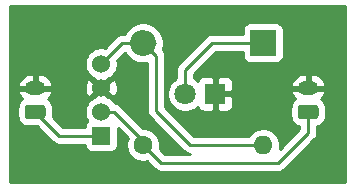
<source format=gbr>
G04 #@! TF.GenerationSoftware,KiCad,Pcbnew,(5.1.5)-3*
G04 #@! TF.CreationDate,2020-06-19T18:53:09+01:00*
G04 #@! TF.ProjectId,gardenlight,67617264-656e-46c6-9967-68742e6b6963,1.0.1*
G04 #@! TF.SameCoordinates,Original*
G04 #@! TF.FileFunction,Copper,L1,Top*
G04 #@! TF.FilePolarity,Positive*
%FSLAX46Y46*%
G04 Gerber Fmt 4.6, Leading zero omitted, Abs format (unit mm)*
G04 Created by KiCad (PCBNEW (5.1.5)-3) date 2020-06-19 18:53:09*
%MOMM*%
%LPD*%
G04 APERTURE LIST*
%ADD10O,1.750000X1.200000*%
%ADD11C,0.150000*%
%ADD12O,2.200000X2.200000*%
%ADD13R,2.200000X2.200000*%
%ADD14O,1.600000X1.600000*%
%ADD15C,1.600000*%
%ADD16C,1.524000*%
%ADD17R,1.524000X1.524000*%
%ADD18C,1.800000*%
%ADD19R,1.800000X1.800000*%
%ADD20C,0.254000*%
G04 APERTURE END LIST*
D10*
X100330000Y-87662000D03*
G04 #@! TA.AperFunction,ComponentPad*
D11*
G36*
X100979505Y-89063204D02*
G01*
X101003773Y-89066804D01*
X101027572Y-89072765D01*
X101050671Y-89081030D01*
X101072850Y-89091520D01*
X101093893Y-89104132D01*
X101113599Y-89118747D01*
X101131777Y-89135223D01*
X101148253Y-89153401D01*
X101162868Y-89173107D01*
X101175480Y-89194150D01*
X101185970Y-89216329D01*
X101194235Y-89239428D01*
X101200196Y-89263227D01*
X101203796Y-89287495D01*
X101205000Y-89311999D01*
X101205000Y-90012001D01*
X101203796Y-90036505D01*
X101200196Y-90060773D01*
X101194235Y-90084572D01*
X101185970Y-90107671D01*
X101175480Y-90129850D01*
X101162868Y-90150893D01*
X101148253Y-90170599D01*
X101131777Y-90188777D01*
X101113599Y-90205253D01*
X101093893Y-90219868D01*
X101072850Y-90232480D01*
X101050671Y-90242970D01*
X101027572Y-90251235D01*
X101003773Y-90257196D01*
X100979505Y-90260796D01*
X100955001Y-90262000D01*
X99704999Y-90262000D01*
X99680495Y-90260796D01*
X99656227Y-90257196D01*
X99632428Y-90251235D01*
X99609329Y-90242970D01*
X99587150Y-90232480D01*
X99566107Y-90219868D01*
X99546401Y-90205253D01*
X99528223Y-90188777D01*
X99511747Y-90170599D01*
X99497132Y-90150893D01*
X99484520Y-90129850D01*
X99474030Y-90107671D01*
X99465765Y-90084572D01*
X99459804Y-90060773D01*
X99456204Y-90036505D01*
X99455000Y-90012001D01*
X99455000Y-89311999D01*
X99456204Y-89287495D01*
X99459804Y-89263227D01*
X99465765Y-89239428D01*
X99474030Y-89216329D01*
X99484520Y-89194150D01*
X99497132Y-89173107D01*
X99511747Y-89153401D01*
X99528223Y-89135223D01*
X99546401Y-89118747D01*
X99566107Y-89104132D01*
X99587150Y-89091520D01*
X99609329Y-89081030D01*
X99632428Y-89072765D01*
X99656227Y-89066804D01*
X99680495Y-89063204D01*
X99704999Y-89062000D01*
X100955001Y-89062000D01*
X100979505Y-89063204D01*
G37*
G04 #@! TD.AperFunction*
D12*
X109474000Y-83820000D03*
D13*
X119634000Y-83820000D03*
D10*
X123444000Y-87662000D03*
G04 #@! TA.AperFunction,ComponentPad*
D11*
G36*
X124093505Y-89063204D02*
G01*
X124117773Y-89066804D01*
X124141572Y-89072765D01*
X124164671Y-89081030D01*
X124186850Y-89091520D01*
X124207893Y-89104132D01*
X124227599Y-89118747D01*
X124245777Y-89135223D01*
X124262253Y-89153401D01*
X124276868Y-89173107D01*
X124289480Y-89194150D01*
X124299970Y-89216329D01*
X124308235Y-89239428D01*
X124314196Y-89263227D01*
X124317796Y-89287495D01*
X124319000Y-89311999D01*
X124319000Y-90012001D01*
X124317796Y-90036505D01*
X124314196Y-90060773D01*
X124308235Y-90084572D01*
X124299970Y-90107671D01*
X124289480Y-90129850D01*
X124276868Y-90150893D01*
X124262253Y-90170599D01*
X124245777Y-90188777D01*
X124227599Y-90205253D01*
X124207893Y-90219868D01*
X124186850Y-90232480D01*
X124164671Y-90242970D01*
X124141572Y-90251235D01*
X124117773Y-90257196D01*
X124093505Y-90260796D01*
X124069001Y-90262000D01*
X122818999Y-90262000D01*
X122794495Y-90260796D01*
X122770227Y-90257196D01*
X122746428Y-90251235D01*
X122723329Y-90242970D01*
X122701150Y-90232480D01*
X122680107Y-90219868D01*
X122660401Y-90205253D01*
X122642223Y-90188777D01*
X122625747Y-90170599D01*
X122611132Y-90150893D01*
X122598520Y-90129850D01*
X122588030Y-90107671D01*
X122579765Y-90084572D01*
X122573804Y-90060773D01*
X122570204Y-90036505D01*
X122569000Y-90012001D01*
X122569000Y-89311999D01*
X122570204Y-89287495D01*
X122573804Y-89263227D01*
X122579765Y-89239428D01*
X122588030Y-89216329D01*
X122598520Y-89194150D01*
X122611132Y-89173107D01*
X122625747Y-89153401D01*
X122642223Y-89135223D01*
X122660401Y-89118747D01*
X122680107Y-89104132D01*
X122701150Y-89091520D01*
X122723329Y-89081030D01*
X122746428Y-89072765D01*
X122770227Y-89066804D01*
X122794495Y-89063204D01*
X122818999Y-89062000D01*
X124069001Y-89062000D01*
X124093505Y-89063204D01*
G37*
G04 #@! TD.AperFunction*
D14*
X119634000Y-92456000D03*
D15*
X109474000Y-92456000D03*
D16*
X105918000Y-85598000D03*
X105918000Y-87630000D03*
X105918000Y-89662000D03*
D17*
X105918000Y-91694000D03*
D18*
X113030000Y-88138000D03*
D19*
X115570000Y-88138000D03*
D20*
X109474000Y-92140370D02*
X109474000Y-92456000D01*
X106995630Y-89662000D02*
X109474000Y-92140370D01*
X105918000Y-89662000D02*
X106995630Y-89662000D01*
X123444000Y-91440000D02*
X123444000Y-89662000D01*
X109474000Y-92456000D02*
X110998000Y-93980000D01*
X120904000Y-93980000D02*
X123444000Y-91440000D01*
X110998000Y-93980000D02*
X120904000Y-93980000D01*
X109982000Y-83312000D02*
X110490000Y-83820000D01*
X107696000Y-83820000D02*
X109474000Y-83820000D01*
X105918000Y-85598000D02*
X107696000Y-83820000D01*
X110573999Y-84919999D02*
X110573999Y-89578001D01*
X109474000Y-83820000D02*
X110573999Y-84919999D01*
X113451998Y-92456000D02*
X119634000Y-92456000D01*
X110573999Y-89578001D02*
X113451998Y-92456000D01*
X102362000Y-91694000D02*
X100330000Y-89662000D01*
X105918000Y-91694000D02*
X102362000Y-91694000D01*
X113030000Y-86106000D02*
X113030000Y-88138000D01*
X119634000Y-83820000D02*
X115316000Y-83820000D01*
X115316000Y-83820000D02*
X113030000Y-86106000D01*
G36*
X126594001Y-95606000D02*
G01*
X98196000Y-95606000D01*
X98196000Y-89311999D01*
X98816928Y-89311999D01*
X98816928Y-90012001D01*
X98833992Y-90185255D01*
X98884528Y-90351851D01*
X98966595Y-90505387D01*
X99077038Y-90639962D01*
X99211613Y-90750405D01*
X99365149Y-90832472D01*
X99531745Y-90883008D01*
X99704999Y-90900072D01*
X100490442Y-90900072D01*
X101796721Y-92206352D01*
X101820578Y-92235422D01*
X101849648Y-92259279D01*
X101936607Y-92330645D01*
X102007364Y-92368465D01*
X102068985Y-92401402D01*
X102212622Y-92444974D01*
X102324574Y-92456000D01*
X102324577Y-92456000D01*
X102362000Y-92459686D01*
X102399423Y-92456000D01*
X104517928Y-92456000D01*
X104530188Y-92580482D01*
X104566498Y-92700180D01*
X104625463Y-92810494D01*
X104704815Y-92907185D01*
X104801506Y-92986537D01*
X104911820Y-93045502D01*
X105031518Y-93081812D01*
X105156000Y-93094072D01*
X106680000Y-93094072D01*
X106804482Y-93081812D01*
X106924180Y-93045502D01*
X107034494Y-92986537D01*
X107131185Y-92907185D01*
X107210537Y-92810494D01*
X107269502Y-92700180D01*
X107305812Y-92580482D01*
X107318072Y-92456000D01*
X107318072Y-91062072D01*
X108152514Y-91896515D01*
X108094147Y-92037426D01*
X108039000Y-92314665D01*
X108039000Y-92597335D01*
X108094147Y-92874574D01*
X108202320Y-93135727D01*
X108359363Y-93370759D01*
X108559241Y-93570637D01*
X108794273Y-93727680D01*
X109055426Y-93835853D01*
X109332665Y-93891000D01*
X109615335Y-93891000D01*
X109795527Y-93855157D01*
X110432721Y-94492352D01*
X110456578Y-94521422D01*
X110572608Y-94616645D01*
X110704985Y-94687402D01*
X110848622Y-94730974D01*
X110960574Y-94742000D01*
X110960576Y-94742000D01*
X110997999Y-94745686D01*
X111035422Y-94742000D01*
X120866577Y-94742000D01*
X120904000Y-94745686D01*
X120941423Y-94742000D01*
X120941426Y-94742000D01*
X121053378Y-94730974D01*
X121197015Y-94687402D01*
X121329392Y-94616645D01*
X121445422Y-94521422D01*
X121469284Y-94492346D01*
X123956353Y-92005278D01*
X123985422Y-91981422D01*
X124080645Y-91865392D01*
X124151402Y-91733015D01*
X124194974Y-91589378D01*
X124206000Y-91477426D01*
X124206000Y-91477424D01*
X124209686Y-91440001D01*
X124206000Y-91402578D01*
X124206000Y-90886579D01*
X124242255Y-90883008D01*
X124408851Y-90832472D01*
X124562387Y-90750405D01*
X124696962Y-90639962D01*
X124807405Y-90505387D01*
X124889472Y-90351851D01*
X124940008Y-90185255D01*
X124957072Y-90012001D01*
X124957072Y-89311999D01*
X124940008Y-89138745D01*
X124889472Y-88972149D01*
X124807405Y-88818613D01*
X124696962Y-88684038D01*
X124562387Y-88573595D01*
X124557594Y-88571033D01*
X124682078Y-88445474D01*
X124816421Y-88242533D01*
X124908591Y-88017282D01*
X124912462Y-87979609D01*
X124787731Y-87789000D01*
X123571000Y-87789000D01*
X123571000Y-87809000D01*
X123317000Y-87809000D01*
X123317000Y-87789000D01*
X122100269Y-87789000D01*
X121975538Y-87979609D01*
X121979409Y-88017282D01*
X122071579Y-88242533D01*
X122205922Y-88445474D01*
X122330406Y-88571033D01*
X122325613Y-88573595D01*
X122191038Y-88684038D01*
X122080595Y-88818613D01*
X121998528Y-88972149D01*
X121947992Y-89138745D01*
X121930928Y-89311999D01*
X121930928Y-90012001D01*
X121947992Y-90185255D01*
X121998528Y-90351851D01*
X122080595Y-90505387D01*
X122191038Y-90639962D01*
X122325613Y-90750405D01*
X122479149Y-90832472D01*
X122645745Y-90883008D01*
X122682000Y-90886579D01*
X122682000Y-91124369D01*
X121034228Y-92772141D01*
X121069000Y-92597335D01*
X121069000Y-92314665D01*
X121013853Y-92037426D01*
X120905680Y-91776273D01*
X120748637Y-91541241D01*
X120548759Y-91341363D01*
X120313727Y-91184320D01*
X120052574Y-91076147D01*
X119775335Y-91021000D01*
X119492665Y-91021000D01*
X119215426Y-91076147D01*
X118954273Y-91184320D01*
X118719241Y-91341363D01*
X118519363Y-91541241D01*
X118417293Y-91694000D01*
X113767629Y-91694000D01*
X111335999Y-89262371D01*
X111335999Y-87986816D01*
X111495000Y-87986816D01*
X111495000Y-88289184D01*
X111553989Y-88585743D01*
X111669701Y-88865095D01*
X111837688Y-89116505D01*
X112051495Y-89330312D01*
X112302905Y-89498299D01*
X112582257Y-89614011D01*
X112878816Y-89673000D01*
X113181184Y-89673000D01*
X113477743Y-89614011D01*
X113757095Y-89498299D01*
X114008505Y-89330312D01*
X114074944Y-89263873D01*
X114080498Y-89282180D01*
X114139463Y-89392494D01*
X114218815Y-89489185D01*
X114315506Y-89568537D01*
X114425820Y-89627502D01*
X114545518Y-89663812D01*
X114670000Y-89676072D01*
X115284250Y-89673000D01*
X115443000Y-89514250D01*
X115443000Y-88265000D01*
X115697000Y-88265000D01*
X115697000Y-89514250D01*
X115855750Y-89673000D01*
X116470000Y-89676072D01*
X116594482Y-89663812D01*
X116714180Y-89627502D01*
X116824494Y-89568537D01*
X116921185Y-89489185D01*
X117000537Y-89392494D01*
X117059502Y-89282180D01*
X117095812Y-89162482D01*
X117108072Y-89038000D01*
X117105000Y-88423750D01*
X116946250Y-88265000D01*
X115697000Y-88265000D01*
X115443000Y-88265000D01*
X115423000Y-88265000D01*
X115423000Y-88011000D01*
X115443000Y-88011000D01*
X115443000Y-86761750D01*
X115697000Y-86761750D01*
X115697000Y-88011000D01*
X116946250Y-88011000D01*
X117105000Y-87852250D01*
X117107539Y-87344391D01*
X121975538Y-87344391D01*
X122100269Y-87535000D01*
X123317000Y-87535000D01*
X123317000Y-86427000D01*
X123571000Y-86427000D01*
X123571000Y-87535000D01*
X124787731Y-87535000D01*
X124912462Y-87344391D01*
X124908591Y-87306718D01*
X124816421Y-87081467D01*
X124682078Y-86878526D01*
X124510725Y-86705693D01*
X124308946Y-86569610D01*
X124084496Y-86475507D01*
X123846000Y-86427000D01*
X123571000Y-86427000D01*
X123317000Y-86427000D01*
X123042000Y-86427000D01*
X122803504Y-86475507D01*
X122579054Y-86569610D01*
X122377275Y-86705693D01*
X122205922Y-86878526D01*
X122071579Y-87081467D01*
X121979409Y-87306718D01*
X121975538Y-87344391D01*
X117107539Y-87344391D01*
X117108072Y-87238000D01*
X117095812Y-87113518D01*
X117059502Y-86993820D01*
X117000537Y-86883506D01*
X116921185Y-86786815D01*
X116824494Y-86707463D01*
X116714180Y-86648498D01*
X116594482Y-86612188D01*
X116470000Y-86599928D01*
X115855750Y-86603000D01*
X115697000Y-86761750D01*
X115443000Y-86761750D01*
X115284250Y-86603000D01*
X114670000Y-86599928D01*
X114545518Y-86612188D01*
X114425820Y-86648498D01*
X114315506Y-86707463D01*
X114218815Y-86786815D01*
X114139463Y-86883506D01*
X114080498Y-86993820D01*
X114074944Y-87012127D01*
X114008505Y-86945688D01*
X113792000Y-86801024D01*
X113792000Y-86421630D01*
X115631631Y-84582000D01*
X117895928Y-84582000D01*
X117895928Y-84920000D01*
X117908188Y-85044482D01*
X117944498Y-85164180D01*
X118003463Y-85274494D01*
X118082815Y-85371185D01*
X118179506Y-85450537D01*
X118289820Y-85509502D01*
X118409518Y-85545812D01*
X118534000Y-85558072D01*
X120734000Y-85558072D01*
X120858482Y-85545812D01*
X120978180Y-85509502D01*
X121088494Y-85450537D01*
X121185185Y-85371185D01*
X121264537Y-85274494D01*
X121323502Y-85164180D01*
X121359812Y-85044482D01*
X121372072Y-84920000D01*
X121372072Y-82720000D01*
X121359812Y-82595518D01*
X121323502Y-82475820D01*
X121264537Y-82365506D01*
X121185185Y-82268815D01*
X121088494Y-82189463D01*
X120978180Y-82130498D01*
X120858482Y-82094188D01*
X120734000Y-82081928D01*
X118534000Y-82081928D01*
X118409518Y-82094188D01*
X118289820Y-82130498D01*
X118179506Y-82189463D01*
X118082815Y-82268815D01*
X118003463Y-82365506D01*
X117944498Y-82475820D01*
X117908188Y-82595518D01*
X117895928Y-82720000D01*
X117895928Y-83058000D01*
X115353422Y-83058000D01*
X115315999Y-83054314D01*
X115278576Y-83058000D01*
X115278574Y-83058000D01*
X115166622Y-83069026D01*
X115022985Y-83112598D01*
X114890608Y-83183355D01*
X114774578Y-83278578D01*
X114750721Y-83307648D01*
X112517654Y-85540716D01*
X112488578Y-85564578D01*
X112461150Y-85598000D01*
X112393355Y-85680608D01*
X112363966Y-85735592D01*
X112322598Y-85812986D01*
X112279026Y-85956623D01*
X112272450Y-86023392D01*
X112264314Y-86106000D01*
X112268000Y-86143424D01*
X112268000Y-86801024D01*
X112051495Y-86945688D01*
X111837688Y-87159495D01*
X111669701Y-87410905D01*
X111553989Y-87690257D01*
X111495000Y-87986816D01*
X111335999Y-87986816D01*
X111335999Y-84957422D01*
X111339685Y-84919999D01*
X111335999Y-84882573D01*
X111324973Y-84770621D01*
X111281401Y-84626984D01*
X111248464Y-84565363D01*
X111210644Y-84494606D01*
X111175856Y-84452218D01*
X111118850Y-84382755D01*
X111142325Y-84326081D01*
X111177182Y-84150842D01*
X111197401Y-84113015D01*
X111240973Y-83969378D01*
X111255685Y-83819999D01*
X111240973Y-83670621D01*
X111197401Y-83526983D01*
X111177182Y-83489156D01*
X111142325Y-83313919D01*
X111011537Y-82998169D01*
X110821663Y-82714002D01*
X110579998Y-82472337D01*
X110295831Y-82282463D01*
X109980081Y-82151675D01*
X109644883Y-82085000D01*
X109303117Y-82085000D01*
X108967919Y-82151675D01*
X108652169Y-82282463D01*
X108368002Y-82472337D01*
X108126337Y-82714002D01*
X107936463Y-82998169D01*
X107911680Y-83058000D01*
X107733423Y-83058000D01*
X107696000Y-83054314D01*
X107658577Y-83058000D01*
X107658574Y-83058000D01*
X107546622Y-83069026D01*
X107402985Y-83112598D01*
X107341364Y-83145535D01*
X107270607Y-83183355D01*
X107228219Y-83218143D01*
X107154578Y-83278578D01*
X107130716Y-83307654D01*
X106207211Y-84231159D01*
X106055592Y-84201000D01*
X105780408Y-84201000D01*
X105510510Y-84254686D01*
X105256273Y-84359995D01*
X105027465Y-84512880D01*
X104832880Y-84707465D01*
X104679995Y-84936273D01*
X104574686Y-85190510D01*
X104521000Y-85460408D01*
X104521000Y-85735592D01*
X104574686Y-86005490D01*
X104679995Y-86259727D01*
X104832880Y-86488535D01*
X105027465Y-86683120D01*
X105256273Y-86836005D01*
X105337083Y-86869478D01*
X105918000Y-87450395D01*
X106498917Y-86869478D01*
X106579727Y-86836005D01*
X106808535Y-86683120D01*
X107003120Y-86488535D01*
X107156005Y-86259727D01*
X107261314Y-86005490D01*
X107315000Y-85735592D01*
X107315000Y-85460408D01*
X107284841Y-85308789D01*
X107942606Y-84651024D01*
X108126337Y-84925998D01*
X108368002Y-85167663D01*
X108652169Y-85357537D01*
X108967919Y-85488325D01*
X109303117Y-85555000D01*
X109644883Y-85555000D01*
X109811999Y-85521759D01*
X109812000Y-89540568D01*
X109808313Y-89578001D01*
X109823026Y-89727379D01*
X109866598Y-89871016D01*
X109937354Y-90003393D01*
X109991599Y-90069490D01*
X110032578Y-90119423D01*
X110061648Y-90143280D01*
X112886718Y-92968351D01*
X112910576Y-92997422D01*
X113026606Y-93092645D01*
X113158983Y-93163402D01*
X113302620Y-93206974D01*
X113414572Y-93218000D01*
X111313631Y-93218000D01*
X110873157Y-92777527D01*
X110909000Y-92597335D01*
X110909000Y-92314665D01*
X110853853Y-92037426D01*
X110745680Y-91776273D01*
X110588637Y-91541241D01*
X110388759Y-91341363D01*
X110153727Y-91184320D01*
X109892574Y-91076147D01*
X109615335Y-91021000D01*
X109432261Y-91021000D01*
X107560914Y-89149654D01*
X107537052Y-89120578D01*
X107421022Y-89025355D01*
X107288645Y-88954598D01*
X107145008Y-88911026D01*
X107092946Y-88905898D01*
X107003120Y-88771465D01*
X106808535Y-88576880D01*
X106579727Y-88423995D01*
X106498917Y-88390522D01*
X105918000Y-87809605D01*
X105337083Y-88390522D01*
X105256273Y-88423995D01*
X105027465Y-88576880D01*
X104832880Y-88771465D01*
X104679995Y-89000273D01*
X104574686Y-89254510D01*
X104521000Y-89524408D01*
X104521000Y-89799592D01*
X104574686Y-90069490D01*
X104679995Y-90323727D01*
X104756575Y-90438337D01*
X104704815Y-90480815D01*
X104625463Y-90577506D01*
X104566498Y-90687820D01*
X104530188Y-90807518D01*
X104517928Y-90932000D01*
X102677631Y-90932000D01*
X101835411Y-90089781D01*
X101843072Y-90012001D01*
X101843072Y-89311999D01*
X101826008Y-89138745D01*
X101775472Y-88972149D01*
X101693405Y-88818613D01*
X101582962Y-88684038D01*
X101448387Y-88573595D01*
X101443594Y-88571033D01*
X101568078Y-88445474D01*
X101702421Y-88242533D01*
X101794591Y-88017282D01*
X101798462Y-87979609D01*
X101673731Y-87789000D01*
X100457000Y-87789000D01*
X100457000Y-87809000D01*
X100203000Y-87809000D01*
X100203000Y-87789000D01*
X98986269Y-87789000D01*
X98861538Y-87979609D01*
X98865409Y-88017282D01*
X98957579Y-88242533D01*
X99091922Y-88445474D01*
X99216406Y-88571033D01*
X99211613Y-88573595D01*
X99077038Y-88684038D01*
X98966595Y-88818613D01*
X98884528Y-88972149D01*
X98833992Y-89138745D01*
X98816928Y-89311999D01*
X98196000Y-89311999D01*
X98196000Y-87702017D01*
X104516090Y-87702017D01*
X104557078Y-87974133D01*
X104650364Y-88233023D01*
X104712344Y-88348980D01*
X104952435Y-88415960D01*
X105738395Y-87630000D01*
X106097605Y-87630000D01*
X106883565Y-88415960D01*
X107123656Y-88348980D01*
X107240756Y-88099952D01*
X107307023Y-87832865D01*
X107319910Y-87557983D01*
X107278922Y-87285867D01*
X107185636Y-87026977D01*
X107123656Y-86911020D01*
X106883565Y-86844040D01*
X106097605Y-87630000D01*
X105738395Y-87630000D01*
X104952435Y-86844040D01*
X104712344Y-86911020D01*
X104595244Y-87160048D01*
X104528977Y-87427135D01*
X104516090Y-87702017D01*
X98196000Y-87702017D01*
X98196000Y-87344391D01*
X98861538Y-87344391D01*
X98986269Y-87535000D01*
X100203000Y-87535000D01*
X100203000Y-86427000D01*
X100457000Y-86427000D01*
X100457000Y-87535000D01*
X101673731Y-87535000D01*
X101798462Y-87344391D01*
X101794591Y-87306718D01*
X101702421Y-87081467D01*
X101568078Y-86878526D01*
X101396725Y-86705693D01*
X101194946Y-86569610D01*
X100970496Y-86475507D01*
X100732000Y-86427000D01*
X100457000Y-86427000D01*
X100203000Y-86427000D01*
X99928000Y-86427000D01*
X99689504Y-86475507D01*
X99465054Y-86569610D01*
X99263275Y-86705693D01*
X99091922Y-86878526D01*
X98957579Y-87081467D01*
X98865409Y-87306718D01*
X98861538Y-87344391D01*
X98196000Y-87344391D01*
X98196000Y-80670000D01*
X126594000Y-80670000D01*
X126594001Y-95606000D01*
G37*
X126594001Y-95606000D02*
X98196000Y-95606000D01*
X98196000Y-89311999D01*
X98816928Y-89311999D01*
X98816928Y-90012001D01*
X98833992Y-90185255D01*
X98884528Y-90351851D01*
X98966595Y-90505387D01*
X99077038Y-90639962D01*
X99211613Y-90750405D01*
X99365149Y-90832472D01*
X99531745Y-90883008D01*
X99704999Y-90900072D01*
X100490442Y-90900072D01*
X101796721Y-92206352D01*
X101820578Y-92235422D01*
X101849648Y-92259279D01*
X101936607Y-92330645D01*
X102007364Y-92368465D01*
X102068985Y-92401402D01*
X102212622Y-92444974D01*
X102324574Y-92456000D01*
X102324577Y-92456000D01*
X102362000Y-92459686D01*
X102399423Y-92456000D01*
X104517928Y-92456000D01*
X104530188Y-92580482D01*
X104566498Y-92700180D01*
X104625463Y-92810494D01*
X104704815Y-92907185D01*
X104801506Y-92986537D01*
X104911820Y-93045502D01*
X105031518Y-93081812D01*
X105156000Y-93094072D01*
X106680000Y-93094072D01*
X106804482Y-93081812D01*
X106924180Y-93045502D01*
X107034494Y-92986537D01*
X107131185Y-92907185D01*
X107210537Y-92810494D01*
X107269502Y-92700180D01*
X107305812Y-92580482D01*
X107318072Y-92456000D01*
X107318072Y-91062072D01*
X108152514Y-91896515D01*
X108094147Y-92037426D01*
X108039000Y-92314665D01*
X108039000Y-92597335D01*
X108094147Y-92874574D01*
X108202320Y-93135727D01*
X108359363Y-93370759D01*
X108559241Y-93570637D01*
X108794273Y-93727680D01*
X109055426Y-93835853D01*
X109332665Y-93891000D01*
X109615335Y-93891000D01*
X109795527Y-93855157D01*
X110432721Y-94492352D01*
X110456578Y-94521422D01*
X110572608Y-94616645D01*
X110704985Y-94687402D01*
X110848622Y-94730974D01*
X110960574Y-94742000D01*
X110960576Y-94742000D01*
X110997999Y-94745686D01*
X111035422Y-94742000D01*
X120866577Y-94742000D01*
X120904000Y-94745686D01*
X120941423Y-94742000D01*
X120941426Y-94742000D01*
X121053378Y-94730974D01*
X121197015Y-94687402D01*
X121329392Y-94616645D01*
X121445422Y-94521422D01*
X121469284Y-94492346D01*
X123956353Y-92005278D01*
X123985422Y-91981422D01*
X124080645Y-91865392D01*
X124151402Y-91733015D01*
X124194974Y-91589378D01*
X124206000Y-91477426D01*
X124206000Y-91477424D01*
X124209686Y-91440001D01*
X124206000Y-91402578D01*
X124206000Y-90886579D01*
X124242255Y-90883008D01*
X124408851Y-90832472D01*
X124562387Y-90750405D01*
X124696962Y-90639962D01*
X124807405Y-90505387D01*
X124889472Y-90351851D01*
X124940008Y-90185255D01*
X124957072Y-90012001D01*
X124957072Y-89311999D01*
X124940008Y-89138745D01*
X124889472Y-88972149D01*
X124807405Y-88818613D01*
X124696962Y-88684038D01*
X124562387Y-88573595D01*
X124557594Y-88571033D01*
X124682078Y-88445474D01*
X124816421Y-88242533D01*
X124908591Y-88017282D01*
X124912462Y-87979609D01*
X124787731Y-87789000D01*
X123571000Y-87789000D01*
X123571000Y-87809000D01*
X123317000Y-87809000D01*
X123317000Y-87789000D01*
X122100269Y-87789000D01*
X121975538Y-87979609D01*
X121979409Y-88017282D01*
X122071579Y-88242533D01*
X122205922Y-88445474D01*
X122330406Y-88571033D01*
X122325613Y-88573595D01*
X122191038Y-88684038D01*
X122080595Y-88818613D01*
X121998528Y-88972149D01*
X121947992Y-89138745D01*
X121930928Y-89311999D01*
X121930928Y-90012001D01*
X121947992Y-90185255D01*
X121998528Y-90351851D01*
X122080595Y-90505387D01*
X122191038Y-90639962D01*
X122325613Y-90750405D01*
X122479149Y-90832472D01*
X122645745Y-90883008D01*
X122682000Y-90886579D01*
X122682000Y-91124369D01*
X121034228Y-92772141D01*
X121069000Y-92597335D01*
X121069000Y-92314665D01*
X121013853Y-92037426D01*
X120905680Y-91776273D01*
X120748637Y-91541241D01*
X120548759Y-91341363D01*
X120313727Y-91184320D01*
X120052574Y-91076147D01*
X119775335Y-91021000D01*
X119492665Y-91021000D01*
X119215426Y-91076147D01*
X118954273Y-91184320D01*
X118719241Y-91341363D01*
X118519363Y-91541241D01*
X118417293Y-91694000D01*
X113767629Y-91694000D01*
X111335999Y-89262371D01*
X111335999Y-87986816D01*
X111495000Y-87986816D01*
X111495000Y-88289184D01*
X111553989Y-88585743D01*
X111669701Y-88865095D01*
X111837688Y-89116505D01*
X112051495Y-89330312D01*
X112302905Y-89498299D01*
X112582257Y-89614011D01*
X112878816Y-89673000D01*
X113181184Y-89673000D01*
X113477743Y-89614011D01*
X113757095Y-89498299D01*
X114008505Y-89330312D01*
X114074944Y-89263873D01*
X114080498Y-89282180D01*
X114139463Y-89392494D01*
X114218815Y-89489185D01*
X114315506Y-89568537D01*
X114425820Y-89627502D01*
X114545518Y-89663812D01*
X114670000Y-89676072D01*
X115284250Y-89673000D01*
X115443000Y-89514250D01*
X115443000Y-88265000D01*
X115697000Y-88265000D01*
X115697000Y-89514250D01*
X115855750Y-89673000D01*
X116470000Y-89676072D01*
X116594482Y-89663812D01*
X116714180Y-89627502D01*
X116824494Y-89568537D01*
X116921185Y-89489185D01*
X117000537Y-89392494D01*
X117059502Y-89282180D01*
X117095812Y-89162482D01*
X117108072Y-89038000D01*
X117105000Y-88423750D01*
X116946250Y-88265000D01*
X115697000Y-88265000D01*
X115443000Y-88265000D01*
X115423000Y-88265000D01*
X115423000Y-88011000D01*
X115443000Y-88011000D01*
X115443000Y-86761750D01*
X115697000Y-86761750D01*
X115697000Y-88011000D01*
X116946250Y-88011000D01*
X117105000Y-87852250D01*
X117107539Y-87344391D01*
X121975538Y-87344391D01*
X122100269Y-87535000D01*
X123317000Y-87535000D01*
X123317000Y-86427000D01*
X123571000Y-86427000D01*
X123571000Y-87535000D01*
X124787731Y-87535000D01*
X124912462Y-87344391D01*
X124908591Y-87306718D01*
X124816421Y-87081467D01*
X124682078Y-86878526D01*
X124510725Y-86705693D01*
X124308946Y-86569610D01*
X124084496Y-86475507D01*
X123846000Y-86427000D01*
X123571000Y-86427000D01*
X123317000Y-86427000D01*
X123042000Y-86427000D01*
X122803504Y-86475507D01*
X122579054Y-86569610D01*
X122377275Y-86705693D01*
X122205922Y-86878526D01*
X122071579Y-87081467D01*
X121979409Y-87306718D01*
X121975538Y-87344391D01*
X117107539Y-87344391D01*
X117108072Y-87238000D01*
X117095812Y-87113518D01*
X117059502Y-86993820D01*
X117000537Y-86883506D01*
X116921185Y-86786815D01*
X116824494Y-86707463D01*
X116714180Y-86648498D01*
X116594482Y-86612188D01*
X116470000Y-86599928D01*
X115855750Y-86603000D01*
X115697000Y-86761750D01*
X115443000Y-86761750D01*
X115284250Y-86603000D01*
X114670000Y-86599928D01*
X114545518Y-86612188D01*
X114425820Y-86648498D01*
X114315506Y-86707463D01*
X114218815Y-86786815D01*
X114139463Y-86883506D01*
X114080498Y-86993820D01*
X114074944Y-87012127D01*
X114008505Y-86945688D01*
X113792000Y-86801024D01*
X113792000Y-86421630D01*
X115631631Y-84582000D01*
X117895928Y-84582000D01*
X117895928Y-84920000D01*
X117908188Y-85044482D01*
X117944498Y-85164180D01*
X118003463Y-85274494D01*
X118082815Y-85371185D01*
X118179506Y-85450537D01*
X118289820Y-85509502D01*
X118409518Y-85545812D01*
X118534000Y-85558072D01*
X120734000Y-85558072D01*
X120858482Y-85545812D01*
X120978180Y-85509502D01*
X121088494Y-85450537D01*
X121185185Y-85371185D01*
X121264537Y-85274494D01*
X121323502Y-85164180D01*
X121359812Y-85044482D01*
X121372072Y-84920000D01*
X121372072Y-82720000D01*
X121359812Y-82595518D01*
X121323502Y-82475820D01*
X121264537Y-82365506D01*
X121185185Y-82268815D01*
X121088494Y-82189463D01*
X120978180Y-82130498D01*
X120858482Y-82094188D01*
X120734000Y-82081928D01*
X118534000Y-82081928D01*
X118409518Y-82094188D01*
X118289820Y-82130498D01*
X118179506Y-82189463D01*
X118082815Y-82268815D01*
X118003463Y-82365506D01*
X117944498Y-82475820D01*
X117908188Y-82595518D01*
X117895928Y-82720000D01*
X117895928Y-83058000D01*
X115353422Y-83058000D01*
X115315999Y-83054314D01*
X115278576Y-83058000D01*
X115278574Y-83058000D01*
X115166622Y-83069026D01*
X115022985Y-83112598D01*
X114890608Y-83183355D01*
X114774578Y-83278578D01*
X114750721Y-83307648D01*
X112517654Y-85540716D01*
X112488578Y-85564578D01*
X112461150Y-85598000D01*
X112393355Y-85680608D01*
X112363966Y-85735592D01*
X112322598Y-85812986D01*
X112279026Y-85956623D01*
X112272450Y-86023392D01*
X112264314Y-86106000D01*
X112268000Y-86143424D01*
X112268000Y-86801024D01*
X112051495Y-86945688D01*
X111837688Y-87159495D01*
X111669701Y-87410905D01*
X111553989Y-87690257D01*
X111495000Y-87986816D01*
X111335999Y-87986816D01*
X111335999Y-84957422D01*
X111339685Y-84919999D01*
X111335999Y-84882573D01*
X111324973Y-84770621D01*
X111281401Y-84626984D01*
X111248464Y-84565363D01*
X111210644Y-84494606D01*
X111175856Y-84452218D01*
X111118850Y-84382755D01*
X111142325Y-84326081D01*
X111177182Y-84150842D01*
X111197401Y-84113015D01*
X111240973Y-83969378D01*
X111255685Y-83819999D01*
X111240973Y-83670621D01*
X111197401Y-83526983D01*
X111177182Y-83489156D01*
X111142325Y-83313919D01*
X111011537Y-82998169D01*
X110821663Y-82714002D01*
X110579998Y-82472337D01*
X110295831Y-82282463D01*
X109980081Y-82151675D01*
X109644883Y-82085000D01*
X109303117Y-82085000D01*
X108967919Y-82151675D01*
X108652169Y-82282463D01*
X108368002Y-82472337D01*
X108126337Y-82714002D01*
X107936463Y-82998169D01*
X107911680Y-83058000D01*
X107733423Y-83058000D01*
X107696000Y-83054314D01*
X107658577Y-83058000D01*
X107658574Y-83058000D01*
X107546622Y-83069026D01*
X107402985Y-83112598D01*
X107341364Y-83145535D01*
X107270607Y-83183355D01*
X107228219Y-83218143D01*
X107154578Y-83278578D01*
X107130716Y-83307654D01*
X106207211Y-84231159D01*
X106055592Y-84201000D01*
X105780408Y-84201000D01*
X105510510Y-84254686D01*
X105256273Y-84359995D01*
X105027465Y-84512880D01*
X104832880Y-84707465D01*
X104679995Y-84936273D01*
X104574686Y-85190510D01*
X104521000Y-85460408D01*
X104521000Y-85735592D01*
X104574686Y-86005490D01*
X104679995Y-86259727D01*
X104832880Y-86488535D01*
X105027465Y-86683120D01*
X105256273Y-86836005D01*
X105337083Y-86869478D01*
X105918000Y-87450395D01*
X106498917Y-86869478D01*
X106579727Y-86836005D01*
X106808535Y-86683120D01*
X107003120Y-86488535D01*
X107156005Y-86259727D01*
X107261314Y-86005490D01*
X107315000Y-85735592D01*
X107315000Y-85460408D01*
X107284841Y-85308789D01*
X107942606Y-84651024D01*
X108126337Y-84925998D01*
X108368002Y-85167663D01*
X108652169Y-85357537D01*
X108967919Y-85488325D01*
X109303117Y-85555000D01*
X109644883Y-85555000D01*
X109811999Y-85521759D01*
X109812000Y-89540568D01*
X109808313Y-89578001D01*
X109823026Y-89727379D01*
X109866598Y-89871016D01*
X109937354Y-90003393D01*
X109991599Y-90069490D01*
X110032578Y-90119423D01*
X110061648Y-90143280D01*
X112886718Y-92968351D01*
X112910576Y-92997422D01*
X113026606Y-93092645D01*
X113158983Y-93163402D01*
X113302620Y-93206974D01*
X113414572Y-93218000D01*
X111313631Y-93218000D01*
X110873157Y-92777527D01*
X110909000Y-92597335D01*
X110909000Y-92314665D01*
X110853853Y-92037426D01*
X110745680Y-91776273D01*
X110588637Y-91541241D01*
X110388759Y-91341363D01*
X110153727Y-91184320D01*
X109892574Y-91076147D01*
X109615335Y-91021000D01*
X109432261Y-91021000D01*
X107560914Y-89149654D01*
X107537052Y-89120578D01*
X107421022Y-89025355D01*
X107288645Y-88954598D01*
X107145008Y-88911026D01*
X107092946Y-88905898D01*
X107003120Y-88771465D01*
X106808535Y-88576880D01*
X106579727Y-88423995D01*
X106498917Y-88390522D01*
X105918000Y-87809605D01*
X105337083Y-88390522D01*
X105256273Y-88423995D01*
X105027465Y-88576880D01*
X104832880Y-88771465D01*
X104679995Y-89000273D01*
X104574686Y-89254510D01*
X104521000Y-89524408D01*
X104521000Y-89799592D01*
X104574686Y-90069490D01*
X104679995Y-90323727D01*
X104756575Y-90438337D01*
X104704815Y-90480815D01*
X104625463Y-90577506D01*
X104566498Y-90687820D01*
X104530188Y-90807518D01*
X104517928Y-90932000D01*
X102677631Y-90932000D01*
X101835411Y-90089781D01*
X101843072Y-90012001D01*
X101843072Y-89311999D01*
X101826008Y-89138745D01*
X101775472Y-88972149D01*
X101693405Y-88818613D01*
X101582962Y-88684038D01*
X101448387Y-88573595D01*
X101443594Y-88571033D01*
X101568078Y-88445474D01*
X101702421Y-88242533D01*
X101794591Y-88017282D01*
X101798462Y-87979609D01*
X101673731Y-87789000D01*
X100457000Y-87789000D01*
X100457000Y-87809000D01*
X100203000Y-87809000D01*
X100203000Y-87789000D01*
X98986269Y-87789000D01*
X98861538Y-87979609D01*
X98865409Y-88017282D01*
X98957579Y-88242533D01*
X99091922Y-88445474D01*
X99216406Y-88571033D01*
X99211613Y-88573595D01*
X99077038Y-88684038D01*
X98966595Y-88818613D01*
X98884528Y-88972149D01*
X98833992Y-89138745D01*
X98816928Y-89311999D01*
X98196000Y-89311999D01*
X98196000Y-87702017D01*
X104516090Y-87702017D01*
X104557078Y-87974133D01*
X104650364Y-88233023D01*
X104712344Y-88348980D01*
X104952435Y-88415960D01*
X105738395Y-87630000D01*
X106097605Y-87630000D01*
X106883565Y-88415960D01*
X107123656Y-88348980D01*
X107240756Y-88099952D01*
X107307023Y-87832865D01*
X107319910Y-87557983D01*
X107278922Y-87285867D01*
X107185636Y-87026977D01*
X107123656Y-86911020D01*
X106883565Y-86844040D01*
X106097605Y-87630000D01*
X105738395Y-87630000D01*
X104952435Y-86844040D01*
X104712344Y-86911020D01*
X104595244Y-87160048D01*
X104528977Y-87427135D01*
X104516090Y-87702017D01*
X98196000Y-87702017D01*
X98196000Y-87344391D01*
X98861538Y-87344391D01*
X98986269Y-87535000D01*
X100203000Y-87535000D01*
X100203000Y-86427000D01*
X100457000Y-86427000D01*
X100457000Y-87535000D01*
X101673731Y-87535000D01*
X101798462Y-87344391D01*
X101794591Y-87306718D01*
X101702421Y-87081467D01*
X101568078Y-86878526D01*
X101396725Y-86705693D01*
X101194946Y-86569610D01*
X100970496Y-86475507D01*
X100732000Y-86427000D01*
X100457000Y-86427000D01*
X100203000Y-86427000D01*
X99928000Y-86427000D01*
X99689504Y-86475507D01*
X99465054Y-86569610D01*
X99263275Y-86705693D01*
X99091922Y-86878526D01*
X98957579Y-87081467D01*
X98865409Y-87306718D01*
X98861538Y-87344391D01*
X98196000Y-87344391D01*
X98196000Y-80670000D01*
X126594000Y-80670000D01*
X126594001Y-95606000D01*
M02*

</source>
